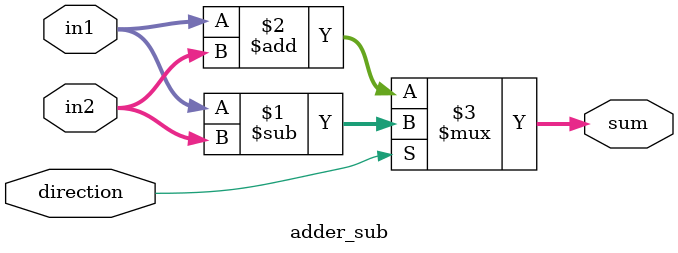
<source format=v>
module CORDIC_Div(
    output reg [15:0] X0,
    output reg [15:0] Y0,
    output reg [15:0] Z0,
    input      [15:0] Xin,
    input      [15:0] Yin,
    input      [15:0] Zin,
    input            clk
);
    // Internal wires/registers for each stage
    wire signed [15:0] x_reg  [0:15];
    wire signed [15:0] y_reg  [0:15];
    wire signed [15:0] z_reg  [0:15];
    wire signed [15:0] x_reg_sh [0:15];
    wire signed [15:0] y_reg_sh [0:15];
    wire signed [15:0] sum_x    [0:15];
    wire signed [15:0] sum_y    [0:15];
    wire signed [15:0] sum_z    [0:15];
    wire               y_co     [0:15];  // Direction based on y sign

    reg  [15:0] alpha [0:15];  // Angle table

    integer i;
    initial begin
        alpha[0]  = 16'b0010_0000_0000_0000; // pi/2^1 scaled
        alpha[1]  = 16'b0001_0000_0000_0000; // pi/2^2
        alpha[2]  = 16'b0000_1000_0000_0000; // pi/2^3
        alpha[3]  = 16'b0000_0100_0000_0000;
        alpha[4]  = 16'b0000_0010_0000_0000;
        alpha[5]  = 16'b0000_0001_0000_0000;
        alpha[6]  = 16'b0000_0000_1000_0000;
        alpha[7]  = 16'b0000_0000_0100_0000;
        alpha[8]  = 16'b0000_0000_0010_0000;
        alpha[9]  = 16'b0000_0000_0001_0000;
        alpha[10] = 16'b0000_0000_0000_1000;
        alpha[11] = 16'b0000_0000_0000_0100;
        alpha[12] = 16'b0000_0000_0000_0010;
        alpha[13] = 16'b0000_0000_0000_0001;
        alpha[14] = 16'b0000_0000_0000_0001;
        alpha[15] = 16'b0000_0000_0000_0000;
    end

    // Stage 0: Load inputs
    Register rx0(x_reg[0], Xin, clk);
    Register ry0(y_reg[0], Yin, clk);
    Register rz0(z_reg[0], Zin, clk);

    assign x_reg_sh[0] = x_reg[0] >>> 0;
    assign y_reg_sh[0] = y_reg[0] >>> 0;

    not n0(y_co[0], y_reg[0][15]);  // Use sign of y_reg[0] for direction

    adder_sub ax0(sum_x[0], x_reg[0], y_reg_sh[0], y_reg[0][15]);
    adder_sub ay0(sum_y[0], y_reg[0], x_reg_sh[0], y_reg[0][15]);
    adder_sub az0(sum_z[0], z_reg[0], alpha[0], y_co[0]);

    // Iteration stages 1 to 15
    genvar idx;
    generate
        for(idx = 1; idx < 16; idx = idx + 1) begin: stages
            Register rx(x_reg[idx], sum_x[idx-1], clk);
            Register ry(y_reg[idx], sum_y[idx-1], clk);
            Register rz(z_reg[idx], sum_z[idx-1], clk);

            assign x_reg_sh[idx] = x_reg[idx] >>> idx;
            assign y_reg_sh[idx] = y_reg[idx] >>> idx;

            not ny(y_co[idx], y_reg[idx][15]);  // direction from y sign

            adder_sub ax(sum_x[idx], x_reg[idx], y_reg_sh[idx], y_reg[idx][15]);
            adder_sub ay(sum_y[idx], y_reg[idx], x_reg_sh[idx], y_reg[idx][15]);
            adder_sub az(sum_z[idx], z_reg[idx], alpha[idx], y_co[idx]);
        end
    endgenerate

    // Register final outputs
    Register rx_final(X0, x_reg[15], clk);
    Register ry_final(Y0, sum_y[15], clk);
    Register rz_final(Z0, sum_z[15], clk);

endmodule

// Register and adder_sub definitions unchanged

module Register(
    output reg [15:0] x0,
    input      [15:0] xin,
    input             clk
);
    always @(posedge clk) begin
        x0 <= xin;
    end
endmodule

module adder_sub(
    output signed [15:0] sum,
    input      signed [15:0] in1,
    input      signed [15:0] in2,
    input                direction
);
    assign sum = direction ? (in1 - in2) : (in1 + in2);
endmodule

</source>
